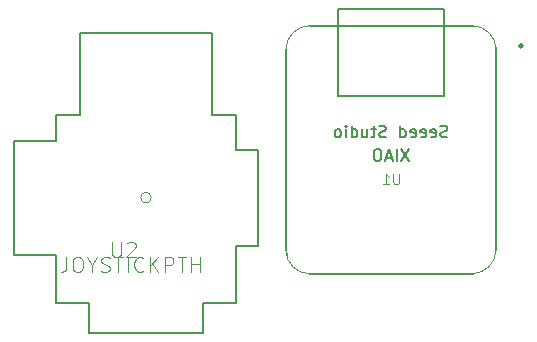
<source format=gbr>
%TF.GenerationSoftware,KiCad,Pcbnew,8.0.5-dirty*%
%TF.CreationDate,2024-10-19T17:10:19-04:00*%
%TF.ProjectId,rowanpad,726f7761-6e70-4616-942e-6b696361645f,rev?*%
%TF.SameCoordinates,Original*%
%TF.FileFunction,Legend,Bot*%
%TF.FilePolarity,Positive*%
%FSLAX46Y46*%
G04 Gerber Fmt 4.6, Leading zero omitted, Abs format (unit mm)*
G04 Created by KiCad (PCBNEW 8.0.5-dirty) date 2024-10-19 17:10:19*
%MOMM*%
%LPD*%
G01*
G04 APERTURE LIST*
%ADD10C,0.101600*%
%ADD11C,0.150000*%
%ADD12C,0.203200*%
%ADD13C,0.127000*%
%ADD14C,0.120000*%
%ADD15C,0.254000*%
%ADD16C,0.025400*%
G04 APERTURE END LIST*
D10*
X129007380Y-117198742D02*
X129007380Y-118226837D01*
X129007380Y-118226837D02*
X129067857Y-118347789D01*
X129067857Y-118347789D02*
X129128333Y-118408266D01*
X129128333Y-118408266D02*
X129249285Y-118468742D01*
X129249285Y-118468742D02*
X129491190Y-118468742D01*
X129491190Y-118468742D02*
X129612142Y-118408266D01*
X129612142Y-118408266D02*
X129672619Y-118347789D01*
X129672619Y-118347789D02*
X129733095Y-118226837D01*
X129733095Y-118226837D02*
X129733095Y-117198742D01*
X130277380Y-117319694D02*
X130337856Y-117259218D01*
X130337856Y-117259218D02*
X130458809Y-117198742D01*
X130458809Y-117198742D02*
X130761190Y-117198742D01*
X130761190Y-117198742D02*
X130882142Y-117259218D01*
X130882142Y-117259218D02*
X130942618Y-117319694D01*
X130942618Y-117319694D02*
X131003095Y-117440646D01*
X131003095Y-117440646D02*
X131003095Y-117561599D01*
X131003095Y-117561599D02*
X130942618Y-117743027D01*
X130942618Y-117743027D02*
X130216904Y-118468742D01*
X130216904Y-118468742D02*
X131003095Y-118468742D01*
X125136905Y-118468742D02*
X125136905Y-119375885D01*
X125136905Y-119375885D02*
X125076428Y-119557313D01*
X125076428Y-119557313D02*
X124955476Y-119678266D01*
X124955476Y-119678266D02*
X124774047Y-119738742D01*
X124774047Y-119738742D02*
X124653095Y-119738742D01*
X125983571Y-118468742D02*
X126225476Y-118468742D01*
X126225476Y-118468742D02*
X126346428Y-118529218D01*
X126346428Y-118529218D02*
X126467381Y-118650170D01*
X126467381Y-118650170D02*
X126527857Y-118892075D01*
X126527857Y-118892075D02*
X126527857Y-119315408D01*
X126527857Y-119315408D02*
X126467381Y-119557313D01*
X126467381Y-119557313D02*
X126346428Y-119678266D01*
X126346428Y-119678266D02*
X126225476Y-119738742D01*
X126225476Y-119738742D02*
X125983571Y-119738742D01*
X125983571Y-119738742D02*
X125862619Y-119678266D01*
X125862619Y-119678266D02*
X125741666Y-119557313D01*
X125741666Y-119557313D02*
X125681190Y-119315408D01*
X125681190Y-119315408D02*
X125681190Y-118892075D01*
X125681190Y-118892075D02*
X125741666Y-118650170D01*
X125741666Y-118650170D02*
X125862619Y-118529218D01*
X125862619Y-118529218D02*
X125983571Y-118468742D01*
X127314047Y-119133980D02*
X127314047Y-119738742D01*
X126890714Y-118468742D02*
X127314047Y-119133980D01*
X127314047Y-119133980D02*
X127737381Y-118468742D01*
X128100237Y-119678266D02*
X128281666Y-119738742D01*
X128281666Y-119738742D02*
X128584047Y-119738742D01*
X128584047Y-119738742D02*
X128704999Y-119678266D01*
X128704999Y-119678266D02*
X128765475Y-119617789D01*
X128765475Y-119617789D02*
X128825952Y-119496837D01*
X128825952Y-119496837D02*
X128825952Y-119375885D01*
X128825952Y-119375885D02*
X128765475Y-119254932D01*
X128765475Y-119254932D02*
X128704999Y-119194456D01*
X128704999Y-119194456D02*
X128584047Y-119133980D01*
X128584047Y-119133980D02*
X128342142Y-119073504D01*
X128342142Y-119073504D02*
X128221190Y-119013027D01*
X128221190Y-119013027D02*
X128160713Y-118952551D01*
X128160713Y-118952551D02*
X128100237Y-118831599D01*
X128100237Y-118831599D02*
X128100237Y-118710646D01*
X128100237Y-118710646D02*
X128160713Y-118589694D01*
X128160713Y-118589694D02*
X128221190Y-118529218D01*
X128221190Y-118529218D02*
X128342142Y-118468742D01*
X128342142Y-118468742D02*
X128644523Y-118468742D01*
X128644523Y-118468742D02*
X128825952Y-118529218D01*
X129188809Y-118468742D02*
X129914523Y-118468742D01*
X129551666Y-119738742D02*
X129551666Y-118468742D01*
X130337856Y-119738742D02*
X130337856Y-118468742D01*
X131668333Y-119617789D02*
X131607857Y-119678266D01*
X131607857Y-119678266D02*
X131426428Y-119738742D01*
X131426428Y-119738742D02*
X131305476Y-119738742D01*
X131305476Y-119738742D02*
X131124047Y-119678266D01*
X131124047Y-119678266D02*
X131003095Y-119557313D01*
X131003095Y-119557313D02*
X130942618Y-119436361D01*
X130942618Y-119436361D02*
X130882142Y-119194456D01*
X130882142Y-119194456D02*
X130882142Y-119013027D01*
X130882142Y-119013027D02*
X130942618Y-118771123D01*
X130942618Y-118771123D02*
X131003095Y-118650170D01*
X131003095Y-118650170D02*
X131124047Y-118529218D01*
X131124047Y-118529218D02*
X131305476Y-118468742D01*
X131305476Y-118468742D02*
X131426428Y-118468742D01*
X131426428Y-118468742D02*
X131607857Y-118529218D01*
X131607857Y-118529218D02*
X131668333Y-118589694D01*
X132212618Y-119738742D02*
X132212618Y-118468742D01*
X132938333Y-119738742D02*
X132394047Y-119013027D01*
X132938333Y-118468742D02*
X132212618Y-119194456D01*
X133482618Y-119738742D02*
X133482618Y-118468742D01*
X133482618Y-118468742D02*
X133966428Y-118468742D01*
X133966428Y-118468742D02*
X134087380Y-118529218D01*
X134087380Y-118529218D02*
X134147857Y-118589694D01*
X134147857Y-118589694D02*
X134208333Y-118710646D01*
X134208333Y-118710646D02*
X134208333Y-118892075D01*
X134208333Y-118892075D02*
X134147857Y-119013027D01*
X134147857Y-119013027D02*
X134087380Y-119073504D01*
X134087380Y-119073504D02*
X133966428Y-119133980D01*
X133966428Y-119133980D02*
X133482618Y-119133980D01*
X134571190Y-118468742D02*
X135296904Y-118468742D01*
X134934047Y-119738742D02*
X134934047Y-118468742D01*
X135720237Y-119738742D02*
X135720237Y-118468742D01*
X135720237Y-119073504D02*
X136445952Y-119073504D01*
X136445952Y-119738742D02*
X136445952Y-118468742D01*
X153302333Y-111436985D02*
X153302333Y-112156652D01*
X153302333Y-112156652D02*
X153260000Y-112241318D01*
X153260000Y-112241318D02*
X153217666Y-112283652D01*
X153217666Y-112283652D02*
X153133000Y-112325985D01*
X153133000Y-112325985D02*
X152963666Y-112325985D01*
X152963666Y-112325985D02*
X152879000Y-112283652D01*
X152879000Y-112283652D02*
X152836666Y-112241318D01*
X152836666Y-112241318D02*
X152794333Y-112156652D01*
X152794333Y-112156652D02*
X152794333Y-111436985D01*
X151905333Y-112325985D02*
X152413333Y-112325985D01*
X152159333Y-112325985D02*
X152159333Y-111436985D01*
X152159333Y-111436985D02*
X152244000Y-111563985D01*
X152244000Y-111563985D02*
X152328667Y-111648652D01*
X152328667Y-111648652D02*
X152413333Y-111690985D01*
D11*
X157386904Y-108287200D02*
X157244047Y-108334819D01*
X157244047Y-108334819D02*
X157005952Y-108334819D01*
X157005952Y-108334819D02*
X156910714Y-108287200D01*
X156910714Y-108287200D02*
X156863095Y-108239580D01*
X156863095Y-108239580D02*
X156815476Y-108144342D01*
X156815476Y-108144342D02*
X156815476Y-108049104D01*
X156815476Y-108049104D02*
X156863095Y-107953866D01*
X156863095Y-107953866D02*
X156910714Y-107906247D01*
X156910714Y-107906247D02*
X157005952Y-107858628D01*
X157005952Y-107858628D02*
X157196428Y-107811009D01*
X157196428Y-107811009D02*
X157291666Y-107763390D01*
X157291666Y-107763390D02*
X157339285Y-107715771D01*
X157339285Y-107715771D02*
X157386904Y-107620533D01*
X157386904Y-107620533D02*
X157386904Y-107525295D01*
X157386904Y-107525295D02*
X157339285Y-107430057D01*
X157339285Y-107430057D02*
X157291666Y-107382438D01*
X157291666Y-107382438D02*
X157196428Y-107334819D01*
X157196428Y-107334819D02*
X156958333Y-107334819D01*
X156958333Y-107334819D02*
X156815476Y-107382438D01*
X156005952Y-108287200D02*
X156101190Y-108334819D01*
X156101190Y-108334819D02*
X156291666Y-108334819D01*
X156291666Y-108334819D02*
X156386904Y-108287200D01*
X156386904Y-108287200D02*
X156434523Y-108191961D01*
X156434523Y-108191961D02*
X156434523Y-107811009D01*
X156434523Y-107811009D02*
X156386904Y-107715771D01*
X156386904Y-107715771D02*
X156291666Y-107668152D01*
X156291666Y-107668152D02*
X156101190Y-107668152D01*
X156101190Y-107668152D02*
X156005952Y-107715771D01*
X156005952Y-107715771D02*
X155958333Y-107811009D01*
X155958333Y-107811009D02*
X155958333Y-107906247D01*
X155958333Y-107906247D02*
X156434523Y-108001485D01*
X155148809Y-108287200D02*
X155244047Y-108334819D01*
X155244047Y-108334819D02*
X155434523Y-108334819D01*
X155434523Y-108334819D02*
X155529761Y-108287200D01*
X155529761Y-108287200D02*
X155577380Y-108191961D01*
X155577380Y-108191961D02*
X155577380Y-107811009D01*
X155577380Y-107811009D02*
X155529761Y-107715771D01*
X155529761Y-107715771D02*
X155434523Y-107668152D01*
X155434523Y-107668152D02*
X155244047Y-107668152D01*
X155244047Y-107668152D02*
X155148809Y-107715771D01*
X155148809Y-107715771D02*
X155101190Y-107811009D01*
X155101190Y-107811009D02*
X155101190Y-107906247D01*
X155101190Y-107906247D02*
X155577380Y-108001485D01*
X154291666Y-108287200D02*
X154386904Y-108334819D01*
X154386904Y-108334819D02*
X154577380Y-108334819D01*
X154577380Y-108334819D02*
X154672618Y-108287200D01*
X154672618Y-108287200D02*
X154720237Y-108191961D01*
X154720237Y-108191961D02*
X154720237Y-107811009D01*
X154720237Y-107811009D02*
X154672618Y-107715771D01*
X154672618Y-107715771D02*
X154577380Y-107668152D01*
X154577380Y-107668152D02*
X154386904Y-107668152D01*
X154386904Y-107668152D02*
X154291666Y-107715771D01*
X154291666Y-107715771D02*
X154244047Y-107811009D01*
X154244047Y-107811009D02*
X154244047Y-107906247D01*
X154244047Y-107906247D02*
X154720237Y-108001485D01*
X153386904Y-108334819D02*
X153386904Y-107334819D01*
X153386904Y-108287200D02*
X153482142Y-108334819D01*
X153482142Y-108334819D02*
X153672618Y-108334819D01*
X153672618Y-108334819D02*
X153767856Y-108287200D01*
X153767856Y-108287200D02*
X153815475Y-108239580D01*
X153815475Y-108239580D02*
X153863094Y-108144342D01*
X153863094Y-108144342D02*
X153863094Y-107858628D01*
X153863094Y-107858628D02*
X153815475Y-107763390D01*
X153815475Y-107763390D02*
X153767856Y-107715771D01*
X153767856Y-107715771D02*
X153672618Y-107668152D01*
X153672618Y-107668152D02*
X153482142Y-107668152D01*
X153482142Y-107668152D02*
X153386904Y-107715771D01*
X152196427Y-108287200D02*
X152053570Y-108334819D01*
X152053570Y-108334819D02*
X151815475Y-108334819D01*
X151815475Y-108334819D02*
X151720237Y-108287200D01*
X151720237Y-108287200D02*
X151672618Y-108239580D01*
X151672618Y-108239580D02*
X151624999Y-108144342D01*
X151624999Y-108144342D02*
X151624999Y-108049104D01*
X151624999Y-108049104D02*
X151672618Y-107953866D01*
X151672618Y-107953866D02*
X151720237Y-107906247D01*
X151720237Y-107906247D02*
X151815475Y-107858628D01*
X151815475Y-107858628D02*
X152005951Y-107811009D01*
X152005951Y-107811009D02*
X152101189Y-107763390D01*
X152101189Y-107763390D02*
X152148808Y-107715771D01*
X152148808Y-107715771D02*
X152196427Y-107620533D01*
X152196427Y-107620533D02*
X152196427Y-107525295D01*
X152196427Y-107525295D02*
X152148808Y-107430057D01*
X152148808Y-107430057D02*
X152101189Y-107382438D01*
X152101189Y-107382438D02*
X152005951Y-107334819D01*
X152005951Y-107334819D02*
X151767856Y-107334819D01*
X151767856Y-107334819D02*
X151624999Y-107382438D01*
X151339284Y-107668152D02*
X150958332Y-107668152D01*
X151196427Y-107334819D02*
X151196427Y-108191961D01*
X151196427Y-108191961D02*
X151148808Y-108287200D01*
X151148808Y-108287200D02*
X151053570Y-108334819D01*
X151053570Y-108334819D02*
X150958332Y-108334819D01*
X150196427Y-107668152D02*
X150196427Y-108334819D01*
X150624998Y-107668152D02*
X150624998Y-108191961D01*
X150624998Y-108191961D02*
X150577379Y-108287200D01*
X150577379Y-108287200D02*
X150482141Y-108334819D01*
X150482141Y-108334819D02*
X150339284Y-108334819D01*
X150339284Y-108334819D02*
X150244046Y-108287200D01*
X150244046Y-108287200D02*
X150196427Y-108239580D01*
X149291665Y-108334819D02*
X149291665Y-107334819D01*
X149291665Y-108287200D02*
X149386903Y-108334819D01*
X149386903Y-108334819D02*
X149577379Y-108334819D01*
X149577379Y-108334819D02*
X149672617Y-108287200D01*
X149672617Y-108287200D02*
X149720236Y-108239580D01*
X149720236Y-108239580D02*
X149767855Y-108144342D01*
X149767855Y-108144342D02*
X149767855Y-107858628D01*
X149767855Y-107858628D02*
X149720236Y-107763390D01*
X149720236Y-107763390D02*
X149672617Y-107715771D01*
X149672617Y-107715771D02*
X149577379Y-107668152D01*
X149577379Y-107668152D02*
X149386903Y-107668152D01*
X149386903Y-107668152D02*
X149291665Y-107715771D01*
X148815474Y-108334819D02*
X148815474Y-107668152D01*
X148815474Y-107334819D02*
X148863093Y-107382438D01*
X148863093Y-107382438D02*
X148815474Y-107430057D01*
X148815474Y-107430057D02*
X148767855Y-107382438D01*
X148767855Y-107382438D02*
X148815474Y-107334819D01*
X148815474Y-107334819D02*
X148815474Y-107430057D01*
X148196427Y-108334819D02*
X148291665Y-108287200D01*
X148291665Y-108287200D02*
X148339284Y-108239580D01*
X148339284Y-108239580D02*
X148386903Y-108144342D01*
X148386903Y-108144342D02*
X148386903Y-107858628D01*
X148386903Y-107858628D02*
X148339284Y-107763390D01*
X148339284Y-107763390D02*
X148291665Y-107715771D01*
X148291665Y-107715771D02*
X148196427Y-107668152D01*
X148196427Y-107668152D02*
X148053570Y-107668152D01*
X148053570Y-107668152D02*
X147958332Y-107715771D01*
X147958332Y-107715771D02*
X147910713Y-107763390D01*
X147910713Y-107763390D02*
X147863094Y-107858628D01*
X147863094Y-107858628D02*
X147863094Y-108144342D01*
X147863094Y-108144342D02*
X147910713Y-108239580D01*
X147910713Y-108239580D02*
X147958332Y-108287200D01*
X147958332Y-108287200D02*
X148053570Y-108334819D01*
X148053570Y-108334819D02*
X148196427Y-108334819D01*
X154148808Y-109334819D02*
X153482142Y-110334819D01*
X153482142Y-109334819D02*
X154148808Y-110334819D01*
X153101189Y-110334819D02*
X153101189Y-109334819D01*
X152672618Y-110049104D02*
X152196428Y-110049104D01*
X152767856Y-110334819D02*
X152434523Y-109334819D01*
X152434523Y-109334819D02*
X152101190Y-110334819D01*
X151577380Y-109334819D02*
X151386904Y-109334819D01*
X151386904Y-109334819D02*
X151291666Y-109382438D01*
X151291666Y-109382438D02*
X151196428Y-109477676D01*
X151196428Y-109477676D02*
X151148809Y-109668152D01*
X151148809Y-109668152D02*
X151148809Y-110001485D01*
X151148809Y-110001485D02*
X151196428Y-110191961D01*
X151196428Y-110191961D02*
X151291666Y-110287200D01*
X151291666Y-110287200D02*
X151386904Y-110334819D01*
X151386904Y-110334819D02*
X151577380Y-110334819D01*
X151577380Y-110334819D02*
X151672618Y-110287200D01*
X151672618Y-110287200D02*
X151767856Y-110191961D01*
X151767856Y-110191961D02*
X151815475Y-110001485D01*
X151815475Y-110001485D02*
X151815475Y-109668152D01*
X151815475Y-109668152D02*
X151767856Y-109477676D01*
X151767856Y-109477676D02*
X151672618Y-109382438D01*
X151672618Y-109382438D02*
X151577380Y-109334819D01*
D12*
%TO.C,U2*%
X120704000Y-108615500D02*
X120704000Y-118267500D01*
X124260000Y-108615500D02*
X120704000Y-108615500D01*
X124260000Y-108615500D02*
X124260000Y-106456500D01*
X124260000Y-118267500D02*
X120704000Y-118267500D01*
X124260000Y-118267500D02*
X124260000Y-122331500D01*
X126292000Y-99471500D02*
X126292000Y-106456500D01*
X126292000Y-106456500D02*
X124260000Y-106456500D01*
X127054000Y-122331500D02*
X124260000Y-122331500D01*
X127054000Y-124871500D02*
X127054000Y-122331500D01*
X136706000Y-122331500D02*
X139500000Y-122331500D01*
X136706000Y-124871500D02*
X127054000Y-124871500D01*
X136706000Y-124871500D02*
X136706000Y-122331500D01*
X137468000Y-99471500D02*
X126292000Y-99471500D01*
X137468000Y-99471500D02*
X137468000Y-106456500D01*
X139500000Y-106456500D02*
X137468000Y-106456500D01*
X139500000Y-109377500D02*
X139500000Y-106456500D01*
X139500000Y-109377500D02*
X141405000Y-109377500D01*
X139500000Y-117505500D02*
X139500000Y-122331500D01*
X139500000Y-117505500D02*
X141405000Y-117505500D01*
X141405000Y-109377500D02*
X141405000Y-117505500D01*
D10*
X132329013Y-113441500D02*
G75*
G02*
X131430987Y-113441500I-449013J0D01*
G01*
X131430987Y-113441500D02*
G75*
G02*
X132329013Y-113441500I449013J0D01*
G01*
D13*
%TO.C,U1*%
X143725000Y-100880000D02*
X143725000Y-117880000D01*
X145725000Y-119880000D02*
X159525000Y-119880000D01*
X148125000Y-97455970D02*
X157125000Y-97455970D01*
X148125000Y-104809270D02*
X148125000Y-97455970D01*
X157125000Y-97455970D02*
X157125000Y-104809270D01*
X157125000Y-104809270D02*
X148125000Y-104809270D01*
X159525000Y-98880910D02*
X145725000Y-98880910D01*
X161525000Y-117880000D02*
X161525000Y-100880000D01*
D14*
X143725000Y-100880000D02*
G75*
G02*
X145725000Y-98880000I2044610J-44610D01*
G01*
X145725000Y-119880000D02*
G75*
G02*
X143725000Y-117880000I0J2000000D01*
G01*
X159525000Y-98880000D02*
G75*
G02*
X161525000Y-100880000I-44612J-2044612D01*
G01*
X161525000Y-117880000D02*
G75*
G02*
X159525000Y-119880000I-2044857J44857D01*
G01*
D15*
X163752000Y-100580000D02*
G75*
G02*
X163498000Y-100580000I-127000J0D01*
G01*
X163498000Y-100580000D02*
G75*
G02*
X163752000Y-100580000I127000J0D01*
G01*
D16*
X161509667Y-100769527D02*
X161512715Y-100818295D01*
X161505603Y-100720506D01*
X161509667Y-100769527D01*
X143782752Y-118290955D02*
X143772847Y-118242950D01*
X143763956Y-118194690D01*
X143756336Y-118146175D01*
X143749732Y-118097407D01*
X143744399Y-118048639D01*
X143740335Y-117999618D01*
X143737287Y-117950850D01*
X143735508Y-117901574D01*
X143782752Y-118290955D01*
%TD*%
M02*

</source>
